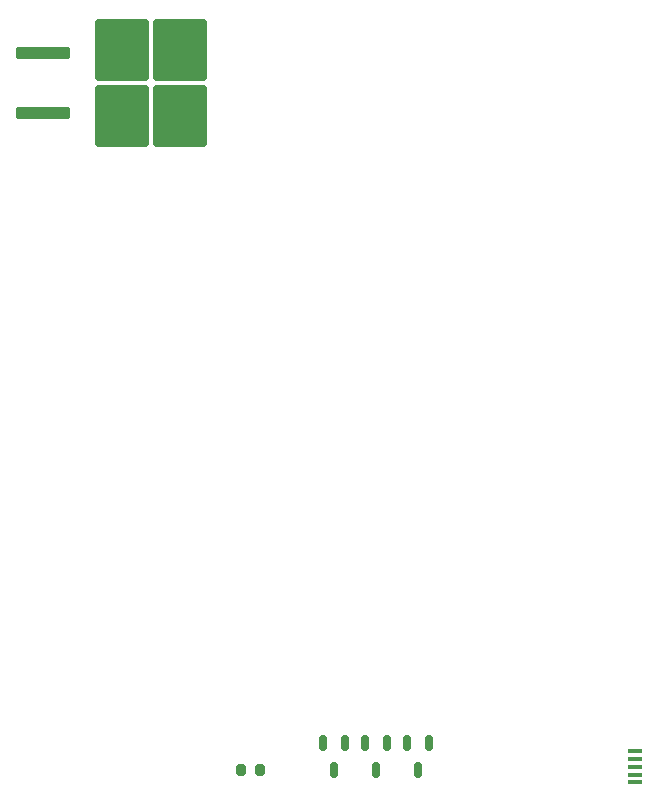
<source format=gtp>
G04 #@! TF.GenerationSoftware,KiCad,Pcbnew,7.0.2*
G04 #@! TF.CreationDate,2023-11-05T14:56:02-07:00*
G04 #@! TF.ProjectId,Relay_Board_Lucy_V1,52656c61-795f-4426-9f61-72645f4c7563,V1.0*
G04 #@! TF.SameCoordinates,Original*
G04 #@! TF.FileFunction,Paste,Top*
G04 #@! TF.FilePolarity,Positive*
%FSLAX46Y46*%
G04 Gerber Fmt 4.6, Leading zero omitted, Abs format (unit mm)*
G04 Created by KiCad (PCBNEW 7.0.2) date 2023-11-05 14:56:02*
%MOMM*%
%LPD*%
G01*
G04 APERTURE LIST*
G04 Aperture macros list*
%AMRoundRect*
0 Rectangle with rounded corners*
0 $1 Rounding radius*
0 $2 $3 $4 $5 $6 $7 $8 $9 X,Y pos of 4 corners*
0 Add a 4 corners polygon primitive as box body*
4,1,4,$2,$3,$4,$5,$6,$7,$8,$9,$2,$3,0*
0 Add four circle primitives for the rounded corners*
1,1,$1+$1,$2,$3*
1,1,$1+$1,$4,$5*
1,1,$1+$1,$6,$7*
1,1,$1+$1,$8,$9*
0 Add four rect primitives between the rounded corners*
20,1,$1+$1,$2,$3,$4,$5,0*
20,1,$1+$1,$4,$5,$6,$7,0*
20,1,$1+$1,$6,$7,$8,$9,0*
20,1,$1+$1,$8,$9,$2,$3,0*%
G04 Aperture macros list end*
%ADD10R,1.300000X0.450000*%
%ADD11RoundRect,0.250000X-2.050000X-0.300000X2.050000X-0.300000X2.050000X0.300000X-2.050000X0.300000X0*%
%ADD12RoundRect,0.250000X-2.025000X-2.375000X2.025000X-2.375000X2.025000X2.375000X-2.025000X2.375000X0*%
%ADD13RoundRect,0.200000X0.200000X0.275000X-0.200000X0.275000X-0.200000X-0.275000X0.200000X-0.275000X0*%
%ADD14RoundRect,0.150000X-0.150000X0.512500X-0.150000X-0.512500X0.150000X-0.512500X0.150000X0.512500X0*%
G04 APERTURE END LIST*
D10*
X188600000Y-139222000D03*
X188600000Y-138572000D03*
X188600000Y-137922000D03*
X188600000Y-137272000D03*
X188600000Y-136622000D03*
D11*
X138430000Y-77470000D03*
D12*
X145155000Y-77235000D03*
X145155000Y-82785000D03*
X150005000Y-77235000D03*
X150005000Y-82785000D03*
D11*
X138430000Y-82550000D03*
D13*
X156844000Y-138176000D03*
X155194000Y-138176000D03*
D14*
X164018000Y-135895500D03*
X162118000Y-135895500D03*
X163068000Y-138170500D03*
X167574000Y-135895500D03*
X165674000Y-135895500D03*
X166624000Y-138170500D03*
X171130000Y-135895500D03*
X169230000Y-135895500D03*
X170180000Y-138170500D03*
M02*

</source>
